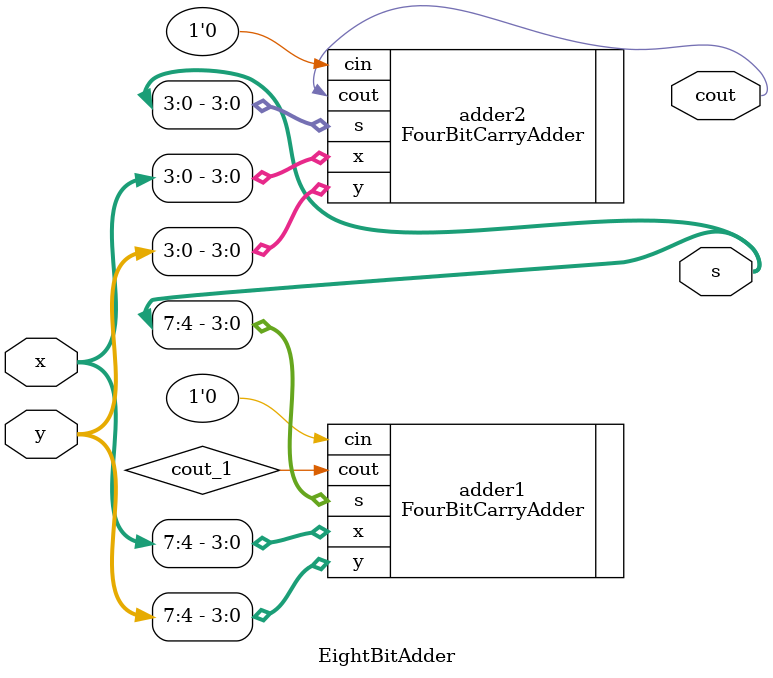
<source format=v>
module EightBitAdder (
	input wire [7:0] x, 
	input wire [7:0] y, 
	output wire [7:0] s, 
	output wire cout);

	wire cout_1;
	
	FourBitCarryAdder adder1 (.x(x[7:4]), .y(y[7:4]), .cin(1'b0), .s(s[7:4]), .cout(cout_1));
	FourBitCarryAdder adder2 (.x(x[3:0]), .y(y[3:0]), .cin(1'b0), .s(s[3:0]), .cout(cout));

endmodule
</source>
